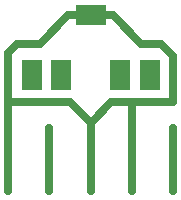
<source format=gbl>
G04 #@! TF.GenerationSoftware,KiCad,Pcbnew,(5.1.0)-1*
G04 #@! TF.CreationDate,2019-05-30T22:41:51-04:00*
G04 #@! TF.ProjectId,phoenix-adapter,70686f65-6e69-4782-9d61-646170746572,0.1*
G04 #@! TF.SameCoordinates,Original*
G04 #@! TF.FileFunction,Copper,L2,Bot*
G04 #@! TF.FilePolarity,Positive*
%FSLAX46Y46*%
G04 Gerber Fmt 4.6, Leading zero omitted, Abs format (unit mm)*
G04 Created by KiCad (PCBNEW (5.1.0)-1) date 2019-05-30 22:41:51*
%MOMM*%
%LPD*%
G04 APERTURE LIST*
%ADD10R,1.800000X2.500000*%
%ADD11R,2.500000X1.800000*%
%ADD12C,0.609600*%
%ADD13C,0.635000*%
G04 APERTURE END LIST*
D10*
X144700000Y-116800000D03*
X134700000Y-116800000D03*
D11*
X139700000Y-111800000D03*
D10*
X142200000Y-116800000D03*
X137200000Y-116800000D03*
D12*
X143200000Y-121300000D03*
X139700000Y-121300000D03*
X132700000Y-121300000D03*
X146700000Y-121300000D03*
X136200000Y-121300000D03*
D13*
X143200000Y-121300000D02*
X143200000Y-126700000D01*
X139700000Y-121300000D02*
X139700000Y-126700000D01*
X132700000Y-121300000D02*
X132700000Y-126700000D01*
X146700000Y-121300000D02*
X146700000Y-126700000D01*
X136200000Y-121300000D02*
X136200000Y-126700000D01*
X137815000Y-111800000D02*
X135442000Y-114173000D01*
X139700000Y-111800000D02*
X137815000Y-111800000D01*
X135442000Y-114173000D02*
X133477000Y-114173000D01*
X133477000Y-114173000D02*
X132700000Y-114950000D01*
X137942052Y-119111000D02*
X139700000Y-120868948D01*
X132700000Y-119111000D02*
X137942052Y-119111000D01*
X132700000Y-114950000D02*
X132700000Y-119111000D01*
X141585000Y-111800000D02*
X143958000Y-114173000D01*
X139700000Y-111800000D02*
X141585000Y-111800000D01*
X143958000Y-114173000D02*
X145669000Y-114173000D01*
X145669000Y-114173000D02*
X146700000Y-115204000D01*
X139700000Y-120868948D02*
X139700000Y-121300000D01*
X141427948Y-119141000D02*
X139700000Y-120868948D01*
X146700000Y-115204000D02*
X146700000Y-119141000D01*
X132700000Y-119111000D02*
X132700000Y-121300000D01*
X143200000Y-119227000D02*
X143114000Y-119141000D01*
X143200000Y-121300000D02*
X143200000Y-119227000D01*
X146700000Y-119141000D02*
X143114000Y-119141000D01*
X143114000Y-119141000D02*
X141427948Y-119141000D01*
M02*

</source>
